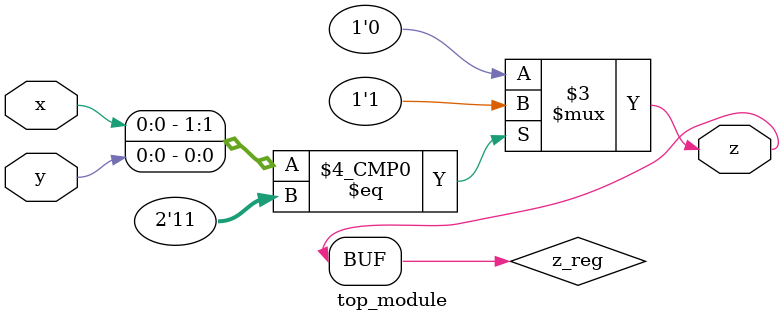
<source format=sv>
module top_module(
  input x,
  input y,
  output z);

  reg z_reg;

  always @(x or y) begin
    case ({x, y})
      2'b01, 2'b10: z_reg <= 1'b0;
      2'b11: z_reg <= 1'b1;
      default: z_reg <= 1'b0; 
    endcase
  end
 
  assign z = z_reg;

endmodule

</source>
